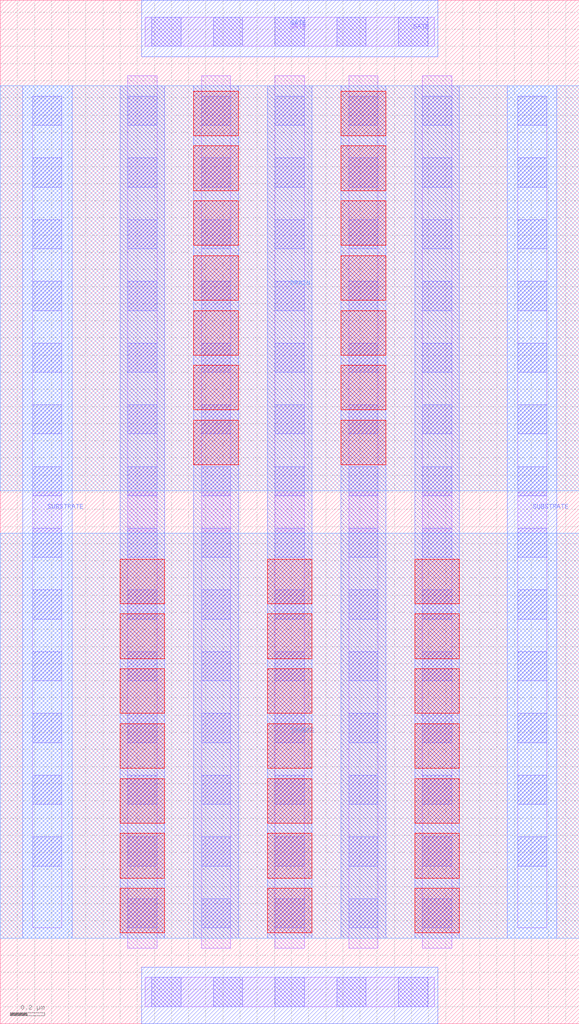
<source format=lef>
# Copyright 2020 The SkyWater PDK Authors
#
# Licensed under the Apache License, Version 2.0 (the "License");
# you may not use this file except in compliance with the License.
# You may obtain a copy of the License at
#
#     https://www.apache.org/licenses/LICENSE-2.0
#
# Unless required by applicable law or agreed to in writing, software
# distributed under the License is distributed on an "AS IS" BASIS,
# WITHOUT WARRANTIES OR CONDITIONS OF ANY KIND, either express or implied.
# See the License for the specific language governing permissions and
# limitations under the License.
#
# SPDX-License-Identifier: Apache-2.0

VERSION 5.7 ;
  NOWIREEXTENSIONATPIN ON ;
  DIVIDERCHAR "/" ;
  BUSBITCHARS "[]" ;
MACRO sky130_fd_pr__rf_nfet_01v8_lvt_aM04W5p00L0p15
  CLASS BLOCK ;
  FOREIGN sky130_fd_pr__rf_nfet_01v8_lvt_aM04W5p00L0p15 ;
  ORIGIN  0.000000  0.000000 ;
  SIZE  3.380000 BY  5.970000 ;
  PIN DRAIN
    ANTENNADIFFAREA  2.828000 ;
    PORT
      LAYER met2 ;
        RECT 0.000000 3.110000 3.380000 5.470000 ;
    END
  END DRAIN
  PIN GATE
    ANTENNAGATEAREA  3.030000 ;
    PORT
      LAYER li1 ;
        RECT 0.845000 0.100000 2.535000 0.270000 ;
        RECT 0.845000 5.700000 2.535000 5.870000 ;
      LAYER mcon ;
        RECT 0.885000 0.100000 1.055000 0.270000 ;
        RECT 0.885000 5.700000 1.055000 5.870000 ;
        RECT 1.245000 0.100000 1.415000 0.270000 ;
        RECT 1.245000 5.700000 1.415000 5.870000 ;
        RECT 1.605000 0.100000 1.775000 0.270000 ;
        RECT 1.605000 5.700000 1.775000 5.870000 ;
        RECT 1.965000 0.100000 2.135000 0.270000 ;
        RECT 1.965000 5.700000 2.135000 5.870000 ;
        RECT 2.325000 0.100000 2.495000 0.270000 ;
        RECT 2.325000 5.700000 2.495000 5.870000 ;
    END
    PORT
      LAYER met1 ;
        RECT 0.825000 0.000000 2.555000 0.330000 ;
        RECT 0.825000 5.640000 2.555000 5.970000 ;
    END
  END GATE
  PIN SOURCE
    ANTENNADIFFAREA  4.242000 ;
    PORT
      LAYER met2 ;
        RECT 0.000000 0.500000 3.380000 2.860000 ;
    END
  END SOURCE
  PIN SUBSTRATE
    ANTENNADIFFAREA  1.464500 ;
    PORT
      LAYER met1 ;
        RECT 0.130000 0.500000 0.420000 5.470000 ;
    END
    PORT
      LAYER met1 ;
        RECT 2.960000 0.500000 3.250000 5.470000 ;
    END
  END SUBSTRATE
  OBS
    LAYER li1 ;
      RECT 0.190000 0.560000 0.360000 5.410000 ;
      RECT 0.745000 0.440000 0.915000 5.530000 ;
      RECT 1.175000 0.440000 1.345000 5.530000 ;
      RECT 1.605000 0.440000 1.775000 5.530000 ;
      RECT 2.035000 0.440000 2.205000 5.530000 ;
      RECT 2.465000 0.440000 2.635000 5.530000 ;
      RECT 3.020000 0.560000 3.190000 5.410000 ;
    LAYER mcon ;
      RECT 0.190000 0.920000 0.360000 1.090000 ;
      RECT 0.190000 1.280000 0.360000 1.450000 ;
      RECT 0.190000 1.640000 0.360000 1.810000 ;
      RECT 0.190000 2.000000 0.360000 2.170000 ;
      RECT 0.190000 2.360000 0.360000 2.530000 ;
      RECT 0.190000 2.720000 0.360000 2.890000 ;
      RECT 0.190000 3.080000 0.360000 3.250000 ;
      RECT 0.190000 3.440000 0.360000 3.610000 ;
      RECT 0.190000 3.800000 0.360000 3.970000 ;
      RECT 0.190000 4.160000 0.360000 4.330000 ;
      RECT 0.190000 4.520000 0.360000 4.690000 ;
      RECT 0.190000 4.880000 0.360000 5.050000 ;
      RECT 0.190000 5.240000 0.360000 5.410000 ;
      RECT 0.745000 0.560000 0.915000 0.730000 ;
      RECT 0.745000 0.920000 0.915000 1.090000 ;
      RECT 0.745000 1.280000 0.915000 1.450000 ;
      RECT 0.745000 1.640000 0.915000 1.810000 ;
      RECT 0.745000 2.000000 0.915000 2.170000 ;
      RECT 0.745000 2.360000 0.915000 2.530000 ;
      RECT 0.745000 2.720000 0.915000 2.890000 ;
      RECT 0.745000 3.080000 0.915000 3.250000 ;
      RECT 0.745000 3.440000 0.915000 3.610000 ;
      RECT 0.745000 3.800000 0.915000 3.970000 ;
      RECT 0.745000 4.160000 0.915000 4.330000 ;
      RECT 0.745000 4.520000 0.915000 4.690000 ;
      RECT 0.745000 4.880000 0.915000 5.050000 ;
      RECT 0.745000 5.240000 0.915000 5.410000 ;
      RECT 1.175000 0.560000 1.345000 0.730000 ;
      RECT 1.175000 0.920000 1.345000 1.090000 ;
      RECT 1.175000 1.280000 1.345000 1.450000 ;
      RECT 1.175000 1.640000 1.345000 1.810000 ;
      RECT 1.175000 2.000000 1.345000 2.170000 ;
      RECT 1.175000 2.360000 1.345000 2.530000 ;
      RECT 1.175000 2.720000 1.345000 2.890000 ;
      RECT 1.175000 3.080000 1.345000 3.250000 ;
      RECT 1.175000 3.440000 1.345000 3.610000 ;
      RECT 1.175000 3.800000 1.345000 3.970000 ;
      RECT 1.175000 4.160000 1.345000 4.330000 ;
      RECT 1.175000 4.520000 1.345000 4.690000 ;
      RECT 1.175000 4.880000 1.345000 5.050000 ;
      RECT 1.175000 5.240000 1.345000 5.410000 ;
      RECT 1.605000 0.560000 1.775000 0.730000 ;
      RECT 1.605000 0.920000 1.775000 1.090000 ;
      RECT 1.605000 1.280000 1.775000 1.450000 ;
      RECT 1.605000 1.640000 1.775000 1.810000 ;
      RECT 1.605000 2.000000 1.775000 2.170000 ;
      RECT 1.605000 2.360000 1.775000 2.530000 ;
      RECT 1.605000 2.720000 1.775000 2.890000 ;
      RECT 1.605000 3.080000 1.775000 3.250000 ;
      RECT 1.605000 3.440000 1.775000 3.610000 ;
      RECT 1.605000 3.800000 1.775000 3.970000 ;
      RECT 1.605000 4.160000 1.775000 4.330000 ;
      RECT 1.605000 4.520000 1.775000 4.690000 ;
      RECT 1.605000 4.880000 1.775000 5.050000 ;
      RECT 1.605000 5.240000 1.775000 5.410000 ;
      RECT 2.035000 0.560000 2.205000 0.730000 ;
      RECT 2.035000 0.920000 2.205000 1.090000 ;
      RECT 2.035000 1.280000 2.205000 1.450000 ;
      RECT 2.035000 1.640000 2.205000 1.810000 ;
      RECT 2.035000 2.000000 2.205000 2.170000 ;
      RECT 2.035000 2.360000 2.205000 2.530000 ;
      RECT 2.035000 2.720000 2.205000 2.890000 ;
      RECT 2.035000 3.080000 2.205000 3.250000 ;
      RECT 2.035000 3.440000 2.205000 3.610000 ;
      RECT 2.035000 3.800000 2.205000 3.970000 ;
      RECT 2.035000 4.160000 2.205000 4.330000 ;
      RECT 2.035000 4.520000 2.205000 4.690000 ;
      RECT 2.035000 4.880000 2.205000 5.050000 ;
      RECT 2.035000 5.240000 2.205000 5.410000 ;
      RECT 2.465000 0.560000 2.635000 0.730000 ;
      RECT 2.465000 0.920000 2.635000 1.090000 ;
      RECT 2.465000 1.280000 2.635000 1.450000 ;
      RECT 2.465000 1.640000 2.635000 1.810000 ;
      RECT 2.465000 2.000000 2.635000 2.170000 ;
      RECT 2.465000 2.360000 2.635000 2.530000 ;
      RECT 2.465000 2.720000 2.635000 2.890000 ;
      RECT 2.465000 3.080000 2.635000 3.250000 ;
      RECT 2.465000 3.440000 2.635000 3.610000 ;
      RECT 2.465000 3.800000 2.635000 3.970000 ;
      RECT 2.465000 4.160000 2.635000 4.330000 ;
      RECT 2.465000 4.520000 2.635000 4.690000 ;
      RECT 2.465000 4.880000 2.635000 5.050000 ;
      RECT 2.465000 5.240000 2.635000 5.410000 ;
      RECT 3.020000 0.920000 3.190000 1.090000 ;
      RECT 3.020000 1.280000 3.190000 1.450000 ;
      RECT 3.020000 1.640000 3.190000 1.810000 ;
      RECT 3.020000 2.000000 3.190000 2.170000 ;
      RECT 3.020000 2.360000 3.190000 2.530000 ;
      RECT 3.020000 2.720000 3.190000 2.890000 ;
      RECT 3.020000 3.080000 3.190000 3.250000 ;
      RECT 3.020000 3.440000 3.190000 3.610000 ;
      RECT 3.020000 3.800000 3.190000 3.970000 ;
      RECT 3.020000 4.160000 3.190000 4.330000 ;
      RECT 3.020000 4.520000 3.190000 4.690000 ;
      RECT 3.020000 4.880000 3.190000 5.050000 ;
      RECT 3.020000 5.240000 3.190000 5.410000 ;
    LAYER met1 ;
      RECT 0.700000 0.500000 0.960000 5.470000 ;
      RECT 1.130000 0.500000 1.390000 5.470000 ;
      RECT 1.560000 0.500000 1.820000 5.470000 ;
      RECT 1.990000 0.500000 2.250000 5.470000 ;
      RECT 2.420000 0.500000 2.680000 5.470000 ;
    LAYER via ;
      RECT 0.700000 0.530000 0.960000 0.790000 ;
      RECT 0.700000 0.850000 0.960000 1.110000 ;
      RECT 0.700000 1.170000 0.960000 1.430000 ;
      RECT 0.700000 1.490000 0.960000 1.750000 ;
      RECT 0.700000 1.810000 0.960000 2.070000 ;
      RECT 0.700000 2.130000 0.960000 2.390000 ;
      RECT 0.700000 2.450000 0.960000 2.710000 ;
      RECT 1.130000 3.260000 1.390000 3.520000 ;
      RECT 1.130000 3.580000 1.390000 3.840000 ;
      RECT 1.130000 3.900000 1.390000 4.160000 ;
      RECT 1.130000 4.220000 1.390000 4.480000 ;
      RECT 1.130000 4.540000 1.390000 4.800000 ;
      RECT 1.130000 4.860000 1.390000 5.120000 ;
      RECT 1.130000 5.180000 1.390000 5.440000 ;
      RECT 1.560000 0.530000 1.820000 0.790000 ;
      RECT 1.560000 0.850000 1.820000 1.110000 ;
      RECT 1.560000 1.170000 1.820000 1.430000 ;
      RECT 1.560000 1.490000 1.820000 1.750000 ;
      RECT 1.560000 1.810000 1.820000 2.070000 ;
      RECT 1.560000 2.130000 1.820000 2.390000 ;
      RECT 1.560000 2.450000 1.820000 2.710000 ;
      RECT 1.990000 3.260000 2.250000 3.520000 ;
      RECT 1.990000 3.580000 2.250000 3.840000 ;
      RECT 1.990000 3.900000 2.250000 4.160000 ;
      RECT 1.990000 4.220000 2.250000 4.480000 ;
      RECT 1.990000 4.540000 2.250000 4.800000 ;
      RECT 1.990000 4.860000 2.250000 5.120000 ;
      RECT 1.990000 5.180000 2.250000 5.440000 ;
      RECT 2.420000 0.530000 2.680000 0.790000 ;
      RECT 2.420000 0.850000 2.680000 1.110000 ;
      RECT 2.420000 1.170000 2.680000 1.430000 ;
      RECT 2.420000 1.490000 2.680000 1.750000 ;
      RECT 2.420000 1.810000 2.680000 2.070000 ;
      RECT 2.420000 2.130000 2.680000 2.390000 ;
      RECT 2.420000 2.450000 2.680000 2.710000 ;
  END
END sky130_fd_pr__rf_nfet_01v8_lvt_aM04W5p00L0p15
END LIBRARY

</source>
